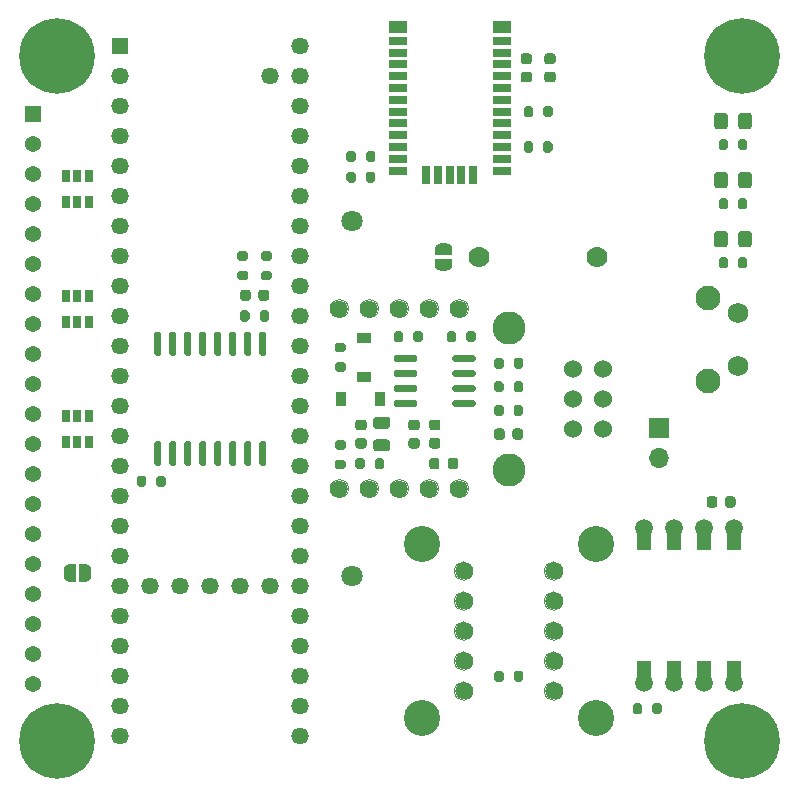
<source format=gbr>
%TF.GenerationSoftware,KiCad,Pcbnew,(5.1.8)-1*%
%TF.CreationDate,2020-11-12T22:30:36-08:00*%
%TF.ProjectId,IRIS-core,49524953-2d63-46f7-9265-2e6b69636164,rev?*%
%TF.SameCoordinates,Original*%
%TF.FileFunction,Soldermask,Top*%
%TF.FilePolarity,Negative*%
%FSLAX46Y46*%
G04 Gerber Fmt 4.6, Leading zero omitted, Abs format (unit mm)*
G04 Created by KiCad (PCBNEW (5.1.8)-1) date 2020-11-12 22:30:36*
%MOMM*%
%LPD*%
G01*
G04 APERTURE LIST*
%ADD10C,0.100000*%
%ADD11C,0.800000*%
%ADD12C,6.400000*%
%ADD13C,1.370000*%
%ADD14R,1.370000X1.370000*%
%ADD15R,1.143000X1.397000*%
%ADD16C,1.500000*%
%ADD17C,1.800000*%
%ADD18C,1.524000*%
%ADD19C,1.460000*%
%ADD20C,3.048000*%
%ADD21C,1.778000*%
%ADD22R,1.460000X1.460000*%
%ADD23R,1.200000X0.900000*%
%ADD24R,0.900000X1.200000*%
%ADD25O,1.700000X1.700000*%
%ADD26R,1.700000X1.700000*%
%ADD27R,0.650000X1.060000*%
%ADD28R,1.500000X0.700000*%
%ADD29R,1.500000X1.000000*%
%ADD30R,0.700000X1.500000*%
%ADD31C,2.100000*%
%ADD32C,1.750000*%
%ADD33C,2.800000*%
G04 APERTURE END LIST*
D10*
%TO.C,U2*%
X33280999Y7620000D02*
G75*
G03*
X33280999Y7620000I-780999J0D01*
G01*
X38360999Y7620000D02*
G75*
G03*
X38360999Y7620000I-780999J0D01*
G01*
X30740999Y7620000D02*
G75*
G03*
X30740999Y7620000I-780999J0D01*
G01*
X35820999Y7620000D02*
G75*
G03*
X35820999Y7620000I-780999J0D01*
G01*
X28200999Y7620000D02*
G75*
G03*
X28200999Y7620000I-780999J0D01*
G01*
X33280999Y-7620000D02*
G75*
G03*
X33280999Y-7620000I-780999J0D01*
G01*
X28200999Y-7620000D02*
G75*
G03*
X28200999Y-7620000I-780999J0D01*
G01*
X35820999Y-7620000D02*
G75*
G03*
X35820999Y-7620000I-780999J0D01*
G01*
X30740999Y-7620000D02*
G75*
G03*
X30740999Y-7620000I-780999J0D01*
G01*
X38360999Y-7620000D02*
G75*
G03*
X38360999Y-7620000I-780999J0D01*
G01*
%TO.C,U5*%
X38720999Y-17145000D02*
G75*
G03*
X38720999Y-17145000I-780999J0D01*
G01*
X38720999Y-19685000D02*
G75*
G03*
X38720999Y-19685000I-780999J0D01*
G01*
X38720999Y-14605000D02*
G75*
G03*
X38720999Y-14605000I-780999J0D01*
G01*
X38720999Y-22225000D02*
G75*
G03*
X38720999Y-22225000I-780999J0D01*
G01*
X38720999Y-24765000D02*
G75*
G03*
X38720999Y-24765000I-780999J0D01*
G01*
X46340999Y-22225000D02*
G75*
G03*
X46340999Y-22225000I-780999J0D01*
G01*
X46340999Y-19685000D02*
G75*
G03*
X46340999Y-19685000I-780999J0D01*
G01*
X46340999Y-24765000D02*
G75*
G03*
X46340999Y-24765000I-780999J0D01*
G01*
X46340999Y-17145000D02*
G75*
G03*
X46340999Y-17145000I-780999J0D01*
G01*
X46340999Y-14605000D02*
G75*
G03*
X46340999Y-14605000I-780999J0D01*
G01*
%TD*%
%TO.C,C1*%
G36*
G01*
X42075000Y-3250000D02*
X42075000Y-2750000D01*
G75*
G02*
X42300000Y-2525000I225000J0D01*
G01*
X42750000Y-2525000D01*
G75*
G02*
X42975000Y-2750000I0J-225000D01*
G01*
X42975000Y-3250000D01*
G75*
G02*
X42750000Y-3475000I-225000J0D01*
G01*
X42300000Y-3475000D01*
G75*
G02*
X42075000Y-3250000I0J225000D01*
G01*
G37*
G36*
G01*
X40525000Y-3250000D02*
X40525000Y-2750000D01*
G75*
G02*
X40750000Y-2525000I225000J0D01*
G01*
X41200000Y-2525000D01*
G75*
G02*
X41425000Y-2750000I0J-225000D01*
G01*
X41425000Y-3250000D01*
G75*
G02*
X41200000Y-3475000I-225000J0D01*
G01*
X40750000Y-3475000D01*
G75*
G02*
X40525000Y-3250000I0J225000D01*
G01*
G37*
%TD*%
%TO.C,C2*%
G36*
G01*
X33500000Y-3325000D02*
X34000000Y-3325000D01*
G75*
G02*
X34225000Y-3550000I0J-225000D01*
G01*
X34225000Y-4000000D01*
G75*
G02*
X34000000Y-4225000I-225000J0D01*
G01*
X33500000Y-4225000D01*
G75*
G02*
X33275000Y-4000000I0J225000D01*
G01*
X33275000Y-3550000D01*
G75*
G02*
X33500000Y-3325000I225000J0D01*
G01*
G37*
G36*
G01*
X33500000Y-1775000D02*
X34000000Y-1775000D01*
G75*
G02*
X34225000Y-2000000I0J-225000D01*
G01*
X34225000Y-2450000D01*
G75*
G02*
X34000000Y-2675000I-225000J0D01*
G01*
X33500000Y-2675000D01*
G75*
G02*
X33275000Y-2450000I0J225000D01*
G01*
X33275000Y-2000000D01*
G75*
G02*
X33500000Y-1775000I225000J0D01*
G01*
G37*
%TD*%
%TO.C,C3*%
G36*
G01*
X35250000Y-3325000D02*
X35750000Y-3325000D01*
G75*
G02*
X35975000Y-3550000I0J-225000D01*
G01*
X35975000Y-4000000D01*
G75*
G02*
X35750000Y-4225000I-225000J0D01*
G01*
X35250000Y-4225000D01*
G75*
G02*
X35025000Y-4000000I0J225000D01*
G01*
X35025000Y-3550000D01*
G75*
G02*
X35250000Y-3325000I225000J0D01*
G01*
G37*
G36*
G01*
X35250000Y-1775000D02*
X35750000Y-1775000D01*
G75*
G02*
X35975000Y-2000000I0J-225000D01*
G01*
X35975000Y-2450000D01*
G75*
G02*
X35750000Y-2675000I-225000J0D01*
G01*
X35250000Y-2675000D01*
G75*
G02*
X35025000Y-2450000I0J225000D01*
G01*
X35025000Y-2000000D01*
G75*
G02*
X35250000Y-1775000I225000J0D01*
G01*
G37*
%TD*%
%TO.C,C5*%
G36*
G01*
X29500000Y-2675000D02*
X29000000Y-2675000D01*
G75*
G02*
X28775000Y-2450000I0J225000D01*
G01*
X28775000Y-2000000D01*
G75*
G02*
X29000000Y-1775000I225000J0D01*
G01*
X29500000Y-1775000D01*
G75*
G02*
X29725000Y-2000000I0J-225000D01*
G01*
X29725000Y-2450000D01*
G75*
G02*
X29500000Y-2675000I-225000J0D01*
G01*
G37*
G36*
G01*
X29500000Y-4225000D02*
X29000000Y-4225000D01*
G75*
G02*
X28775000Y-4000000I0J225000D01*
G01*
X28775000Y-3550000D01*
G75*
G02*
X29000000Y-3325000I225000J0D01*
G01*
X29500000Y-3325000D01*
G75*
G02*
X29725000Y-3550000I0J-225000D01*
G01*
X29725000Y-4000000D01*
G75*
G02*
X29500000Y-4225000I-225000J0D01*
G01*
G37*
%TD*%
%TO.C,C6*%
G36*
G01*
X20575000Y8500000D02*
X20575000Y9000000D01*
G75*
G02*
X20800000Y9225000I225000J0D01*
G01*
X21250000Y9225000D01*
G75*
G02*
X21475000Y9000000I0J-225000D01*
G01*
X21475000Y8500000D01*
G75*
G02*
X21250000Y8275000I-225000J0D01*
G01*
X20800000Y8275000D01*
G75*
G02*
X20575000Y8500000I0J225000D01*
G01*
G37*
G36*
G01*
X19025000Y8500000D02*
X19025000Y9000000D01*
G75*
G02*
X19250000Y9225000I225000J0D01*
G01*
X19700000Y9225000D01*
G75*
G02*
X19925000Y9000000I0J-225000D01*
G01*
X19925000Y8500000D01*
G75*
G02*
X19700000Y8275000I-225000J0D01*
G01*
X19250000Y8275000D01*
G75*
G02*
X19025000Y8500000I0J225000D01*
G01*
G37*
%TD*%
%TO.C,C7*%
G36*
G01*
X60075000Y-9000000D02*
X60075000Y-8500000D01*
G75*
G02*
X60300000Y-8275000I225000J0D01*
G01*
X60750000Y-8275000D01*
G75*
G02*
X60975000Y-8500000I0J-225000D01*
G01*
X60975000Y-9000000D01*
G75*
G02*
X60750000Y-9225000I-225000J0D01*
G01*
X60300000Y-9225000D01*
G75*
G02*
X60075000Y-9000000I0J225000D01*
G01*
G37*
G36*
G01*
X58525000Y-9000000D02*
X58525000Y-8500000D01*
G75*
G02*
X58750000Y-8275000I225000J0D01*
G01*
X59200000Y-8275000D01*
G75*
G02*
X59425000Y-8500000I0J-225000D01*
G01*
X59425000Y-9000000D01*
G75*
G02*
X59200000Y-9225000I-225000J0D01*
G01*
X58750000Y-9225000D01*
G75*
G02*
X58525000Y-9000000I0J225000D01*
G01*
G37*
%TD*%
%TO.C,C8*%
G36*
G01*
X45500000Y28325000D02*
X45000000Y28325000D01*
G75*
G02*
X44775000Y28550000I0J225000D01*
G01*
X44775000Y29000000D01*
G75*
G02*
X45000000Y29225000I225000J0D01*
G01*
X45500000Y29225000D01*
G75*
G02*
X45725000Y29000000I0J-225000D01*
G01*
X45725000Y28550000D01*
G75*
G02*
X45500000Y28325000I-225000J0D01*
G01*
G37*
G36*
G01*
X45500000Y26775000D02*
X45000000Y26775000D01*
G75*
G02*
X44775000Y27000000I0J225000D01*
G01*
X44775000Y27450000D01*
G75*
G02*
X45000000Y27675000I225000J0D01*
G01*
X45500000Y27675000D01*
G75*
G02*
X45725000Y27450000I0J-225000D01*
G01*
X45725000Y27000000D01*
G75*
G02*
X45500000Y26775000I-225000J0D01*
G01*
G37*
%TD*%
%TO.C,C9*%
G36*
G01*
X43500000Y28325000D02*
X43000000Y28325000D01*
G75*
G02*
X42775000Y28550000I0J225000D01*
G01*
X42775000Y29000000D01*
G75*
G02*
X43000000Y29225000I225000J0D01*
G01*
X43500000Y29225000D01*
G75*
G02*
X43725000Y29000000I0J-225000D01*
G01*
X43725000Y28550000D01*
G75*
G02*
X43500000Y28325000I-225000J0D01*
G01*
G37*
G36*
G01*
X43500000Y26775000D02*
X43000000Y26775000D01*
G75*
G02*
X42775000Y27000000I0J225000D01*
G01*
X42775000Y27450000D01*
G75*
G02*
X43000000Y27675000I225000J0D01*
G01*
X43500000Y27675000D01*
G75*
G02*
X43725000Y27450000I0J-225000D01*
G01*
X43725000Y27000000D01*
G75*
G02*
X43500000Y26775000I-225000J0D01*
G01*
G37*
%TD*%
%TO.C,C4*%
G36*
G01*
X30525000Y-3450000D02*
X31475000Y-3450000D01*
G75*
G02*
X31725000Y-3700000I0J-250000D01*
G01*
X31725000Y-4200000D01*
G75*
G02*
X31475000Y-4450000I-250000J0D01*
G01*
X30525000Y-4450000D01*
G75*
G02*
X30275000Y-4200000I0J250000D01*
G01*
X30275000Y-3700000D01*
G75*
G02*
X30525000Y-3450000I250000J0D01*
G01*
G37*
G36*
G01*
X30525000Y-1550000D02*
X31475000Y-1550000D01*
G75*
G02*
X31725000Y-1800000I0J-250000D01*
G01*
X31725000Y-2300000D01*
G75*
G02*
X31475000Y-2550000I-250000J0D01*
G01*
X30525000Y-2550000D01*
G75*
G02*
X30275000Y-2300000I0J250000D01*
G01*
X30275000Y-1800000D01*
G75*
G02*
X30525000Y-1550000I250000J0D01*
G01*
G37*
%TD*%
%TO.C,R1*%
G36*
G01*
X19525000Y11675000D02*
X18975000Y11675000D01*
G75*
G02*
X18775000Y11875000I0J200000D01*
G01*
X18775000Y12275000D01*
G75*
G02*
X18975000Y12475000I200000J0D01*
G01*
X19525000Y12475000D01*
G75*
G02*
X19725000Y12275000I0J-200000D01*
G01*
X19725000Y11875000D01*
G75*
G02*
X19525000Y11675000I-200000J0D01*
G01*
G37*
G36*
G01*
X19525000Y10025000D02*
X18975000Y10025000D01*
G75*
G02*
X18775000Y10225000I0J200000D01*
G01*
X18775000Y10625000D01*
G75*
G02*
X18975000Y10825000I200000J0D01*
G01*
X19525000Y10825000D01*
G75*
G02*
X19725000Y10625000I0J-200000D01*
G01*
X19725000Y10225000D01*
G75*
G02*
X19525000Y10025000I-200000J0D01*
G01*
G37*
%TD*%
%TO.C,R2*%
G36*
G01*
X21525000Y11675000D02*
X20975000Y11675000D01*
G75*
G02*
X20775000Y11875000I0J200000D01*
G01*
X20775000Y12275000D01*
G75*
G02*
X20975000Y12475000I200000J0D01*
G01*
X21525000Y12475000D01*
G75*
G02*
X21725000Y12275000I0J-200000D01*
G01*
X21725000Y11875000D01*
G75*
G02*
X21525000Y11675000I-200000J0D01*
G01*
G37*
G36*
G01*
X21525000Y10025000D02*
X20975000Y10025000D01*
G75*
G02*
X20775000Y10225000I0J200000D01*
G01*
X20775000Y10625000D01*
G75*
G02*
X20975000Y10825000I200000J0D01*
G01*
X21525000Y10825000D01*
G75*
G02*
X21725000Y10625000I0J-200000D01*
G01*
X21725000Y10225000D01*
G75*
G02*
X21525000Y10025000I-200000J0D01*
G01*
G37*
%TD*%
%TO.C,R3*%
G36*
G01*
X42175000Y2725000D02*
X42175000Y3275000D01*
G75*
G02*
X42375000Y3475000I200000J0D01*
G01*
X42775000Y3475000D01*
G75*
G02*
X42975000Y3275000I0J-200000D01*
G01*
X42975000Y2725000D01*
G75*
G02*
X42775000Y2525000I-200000J0D01*
G01*
X42375000Y2525000D01*
G75*
G02*
X42175000Y2725000I0J200000D01*
G01*
G37*
G36*
G01*
X40525000Y2725000D02*
X40525000Y3275000D01*
G75*
G02*
X40725000Y3475000I200000J0D01*
G01*
X41125000Y3475000D01*
G75*
G02*
X41325000Y3275000I0J-200000D01*
G01*
X41325000Y2725000D01*
G75*
G02*
X41125000Y2525000I-200000J0D01*
G01*
X40725000Y2525000D01*
G75*
G02*
X40525000Y2725000I0J200000D01*
G01*
G37*
%TD*%
%TO.C,R4*%
G36*
G01*
X42175000Y725000D02*
X42175000Y1275000D01*
G75*
G02*
X42375000Y1475000I200000J0D01*
G01*
X42775000Y1475000D01*
G75*
G02*
X42975000Y1275000I0J-200000D01*
G01*
X42975000Y725000D01*
G75*
G02*
X42775000Y525000I-200000J0D01*
G01*
X42375000Y525000D01*
G75*
G02*
X42175000Y725000I0J200000D01*
G01*
G37*
G36*
G01*
X40525000Y725000D02*
X40525000Y1275000D01*
G75*
G02*
X40725000Y1475000I200000J0D01*
G01*
X41125000Y1475000D01*
G75*
G02*
X41325000Y1275000I0J-200000D01*
G01*
X41325000Y725000D01*
G75*
G02*
X41125000Y525000I-200000J0D01*
G01*
X40725000Y525000D01*
G75*
G02*
X40525000Y725000I0J200000D01*
G01*
G37*
%TD*%
%TO.C,R5*%
G36*
G01*
X42175000Y-1275000D02*
X42175000Y-725000D01*
G75*
G02*
X42375000Y-525000I200000J0D01*
G01*
X42775000Y-525000D01*
G75*
G02*
X42975000Y-725000I0J-200000D01*
G01*
X42975000Y-1275000D01*
G75*
G02*
X42775000Y-1475000I-200000J0D01*
G01*
X42375000Y-1475000D01*
G75*
G02*
X42175000Y-1275000I0J200000D01*
G01*
G37*
G36*
G01*
X40525000Y-1275000D02*
X40525000Y-725000D01*
G75*
G02*
X40725000Y-525000I200000J0D01*
G01*
X41125000Y-525000D01*
G75*
G02*
X41325000Y-725000I0J-200000D01*
G01*
X41325000Y-1275000D01*
G75*
G02*
X41125000Y-1475000I-200000J0D01*
G01*
X40725000Y-1475000D01*
G75*
G02*
X40525000Y-1275000I0J200000D01*
G01*
G37*
%TD*%
%TO.C,R6*%
G36*
G01*
X38175000Y4975000D02*
X38175000Y5525000D01*
G75*
G02*
X38375000Y5725000I200000J0D01*
G01*
X38775000Y5725000D01*
G75*
G02*
X38975000Y5525000I0J-200000D01*
G01*
X38975000Y4975000D01*
G75*
G02*
X38775000Y4775000I-200000J0D01*
G01*
X38375000Y4775000D01*
G75*
G02*
X38175000Y4975000I0J200000D01*
G01*
G37*
G36*
G01*
X36525000Y4975000D02*
X36525000Y5525000D01*
G75*
G02*
X36725000Y5725000I200000J0D01*
G01*
X37125000Y5725000D01*
G75*
G02*
X37325000Y5525000I0J-200000D01*
G01*
X37325000Y4975000D01*
G75*
G02*
X37125000Y4775000I-200000J0D01*
G01*
X36725000Y4775000D01*
G75*
G02*
X36525000Y4975000I0J200000D01*
G01*
G37*
%TD*%
%TO.C,R7*%
G36*
G01*
X33675000Y4975000D02*
X33675000Y5525000D01*
G75*
G02*
X33875000Y5725000I200000J0D01*
G01*
X34275000Y5725000D01*
G75*
G02*
X34475000Y5525000I0J-200000D01*
G01*
X34475000Y4975000D01*
G75*
G02*
X34275000Y4775000I-200000J0D01*
G01*
X33875000Y4775000D01*
G75*
G02*
X33675000Y4975000I0J200000D01*
G01*
G37*
G36*
G01*
X32025000Y4975000D02*
X32025000Y5525000D01*
G75*
G02*
X32225000Y5725000I200000J0D01*
G01*
X32625000Y5725000D01*
G75*
G02*
X32825000Y5525000I0J-200000D01*
G01*
X32825000Y4975000D01*
G75*
G02*
X32625000Y4775000I-200000J0D01*
G01*
X32225000Y4775000D01*
G75*
G02*
X32025000Y4975000I0J200000D01*
G01*
G37*
%TD*%
%TO.C,R8*%
G36*
G01*
X27775000Y3925000D02*
X27225000Y3925000D01*
G75*
G02*
X27025000Y4125000I0J200000D01*
G01*
X27025000Y4525000D01*
G75*
G02*
X27225000Y4725000I200000J0D01*
G01*
X27775000Y4725000D01*
G75*
G02*
X27975000Y4525000I0J-200000D01*
G01*
X27975000Y4125000D01*
G75*
G02*
X27775000Y3925000I-200000J0D01*
G01*
G37*
G36*
G01*
X27775000Y2275000D02*
X27225000Y2275000D01*
G75*
G02*
X27025000Y2475000I0J200000D01*
G01*
X27025000Y2875000D01*
G75*
G02*
X27225000Y3075000I200000J0D01*
G01*
X27775000Y3075000D01*
G75*
G02*
X27975000Y2875000I0J-200000D01*
G01*
X27975000Y2475000D01*
G75*
G02*
X27775000Y2275000I-200000J0D01*
G01*
G37*
%TD*%
%TO.C,R9*%
G36*
G01*
X29575000Y-5225000D02*
X29575000Y-5775000D01*
G75*
G02*
X29375000Y-5975000I-200000J0D01*
G01*
X28975000Y-5975000D01*
G75*
G02*
X28775000Y-5775000I0J200000D01*
G01*
X28775000Y-5225000D01*
G75*
G02*
X28975000Y-5025000I200000J0D01*
G01*
X29375000Y-5025000D01*
G75*
G02*
X29575000Y-5225000I0J-200000D01*
G01*
G37*
G36*
G01*
X31225000Y-5225000D02*
X31225000Y-5775000D01*
G75*
G02*
X31025000Y-5975000I-200000J0D01*
G01*
X30625000Y-5975000D01*
G75*
G02*
X30425000Y-5775000I0J200000D01*
G01*
X30425000Y-5225000D01*
G75*
G02*
X30625000Y-5025000I200000J0D01*
G01*
X31025000Y-5025000D01*
G75*
G02*
X31225000Y-5225000I0J-200000D01*
G01*
G37*
%TD*%
%TO.C,R10*%
G36*
G01*
X27775000Y-4325000D02*
X27225000Y-4325000D01*
G75*
G02*
X27025000Y-4125000I0J200000D01*
G01*
X27025000Y-3725000D01*
G75*
G02*
X27225000Y-3525000I200000J0D01*
G01*
X27775000Y-3525000D01*
G75*
G02*
X27975000Y-3725000I0J-200000D01*
G01*
X27975000Y-4125000D01*
G75*
G02*
X27775000Y-4325000I-200000J0D01*
G01*
G37*
G36*
G01*
X27775000Y-5975000D02*
X27225000Y-5975000D01*
G75*
G02*
X27025000Y-5775000I0J200000D01*
G01*
X27025000Y-5375000D01*
G75*
G02*
X27225000Y-5175000I200000J0D01*
G01*
X27775000Y-5175000D01*
G75*
G02*
X27975000Y-5375000I0J-200000D01*
G01*
X27975000Y-5775000D01*
G75*
G02*
X27775000Y-5975000I-200000J0D01*
G01*
G37*
%TD*%
%TO.C,R11*%
G36*
G01*
X20675000Y6725000D02*
X20675000Y7275000D01*
G75*
G02*
X20875000Y7475000I200000J0D01*
G01*
X21275000Y7475000D01*
G75*
G02*
X21475000Y7275000I0J-200000D01*
G01*
X21475000Y6725000D01*
G75*
G02*
X21275000Y6525000I-200000J0D01*
G01*
X20875000Y6525000D01*
G75*
G02*
X20675000Y6725000I0J200000D01*
G01*
G37*
G36*
G01*
X19025000Y6725000D02*
X19025000Y7275000D01*
G75*
G02*
X19225000Y7475000I200000J0D01*
G01*
X19625000Y7475000D01*
G75*
G02*
X19825000Y7275000I0J-200000D01*
G01*
X19825000Y6725000D01*
G75*
G02*
X19625000Y6525000I-200000J0D01*
G01*
X19225000Y6525000D01*
G75*
G02*
X19025000Y6725000I0J200000D01*
G01*
G37*
%TD*%
%TO.C,R12*%
G36*
G01*
X11925000Y-7275000D02*
X11925000Y-6725000D01*
G75*
G02*
X12125000Y-6525000I200000J0D01*
G01*
X12525000Y-6525000D01*
G75*
G02*
X12725000Y-6725000I0J-200000D01*
G01*
X12725000Y-7275000D01*
G75*
G02*
X12525000Y-7475000I-200000J0D01*
G01*
X12125000Y-7475000D01*
G75*
G02*
X11925000Y-7275000I0J200000D01*
G01*
G37*
G36*
G01*
X10275000Y-7275000D02*
X10275000Y-6725000D01*
G75*
G02*
X10475000Y-6525000I200000J0D01*
G01*
X10875000Y-6525000D01*
G75*
G02*
X11075000Y-6725000I0J-200000D01*
G01*
X11075000Y-7275000D01*
G75*
G02*
X10875000Y-7475000I-200000J0D01*
G01*
X10475000Y-7475000D01*
G75*
G02*
X10275000Y-7275000I0J200000D01*
G01*
G37*
%TD*%
%TO.C,R13*%
G36*
G01*
X41325000Y-23225000D02*
X41325000Y-23775000D01*
G75*
G02*
X41125000Y-23975000I-200000J0D01*
G01*
X40725000Y-23975000D01*
G75*
G02*
X40525000Y-23775000I0J200000D01*
G01*
X40525000Y-23225000D01*
G75*
G02*
X40725000Y-23025000I200000J0D01*
G01*
X41125000Y-23025000D01*
G75*
G02*
X41325000Y-23225000I0J-200000D01*
G01*
G37*
G36*
G01*
X42975000Y-23225000D02*
X42975000Y-23775000D01*
G75*
G02*
X42775000Y-23975000I-200000J0D01*
G01*
X42375000Y-23975000D01*
G75*
G02*
X42175000Y-23775000I0J200000D01*
G01*
X42175000Y-23225000D01*
G75*
G02*
X42375000Y-23025000I200000J0D01*
G01*
X42775000Y-23025000D01*
G75*
G02*
X42975000Y-23225000I0J-200000D01*
G01*
G37*
%TD*%
%TO.C,R14*%
G36*
G01*
X53925000Y-26525000D02*
X53925000Y-25975000D01*
G75*
G02*
X54125000Y-25775000I200000J0D01*
G01*
X54525000Y-25775000D01*
G75*
G02*
X54725000Y-25975000I0J-200000D01*
G01*
X54725000Y-26525000D01*
G75*
G02*
X54525000Y-26725000I-200000J0D01*
G01*
X54125000Y-26725000D01*
G75*
G02*
X53925000Y-26525000I0J200000D01*
G01*
G37*
G36*
G01*
X52275000Y-26525000D02*
X52275000Y-25975000D01*
G75*
G02*
X52475000Y-25775000I200000J0D01*
G01*
X52875000Y-25775000D01*
G75*
G02*
X53075000Y-25975000I0J-200000D01*
G01*
X53075000Y-26525000D01*
G75*
G02*
X52875000Y-26725000I-200000J0D01*
G01*
X52475000Y-26725000D01*
G75*
G02*
X52275000Y-26525000I0J200000D01*
G01*
G37*
%TD*%
%TO.C,R15*%
G36*
G01*
X60325000Y11775000D02*
X60325000Y11225000D01*
G75*
G02*
X60125000Y11025000I-200000J0D01*
G01*
X59725000Y11025000D01*
G75*
G02*
X59525000Y11225000I0J200000D01*
G01*
X59525000Y11775000D01*
G75*
G02*
X59725000Y11975000I200000J0D01*
G01*
X60125000Y11975000D01*
G75*
G02*
X60325000Y11775000I0J-200000D01*
G01*
G37*
G36*
G01*
X61975000Y11775000D02*
X61975000Y11225000D01*
G75*
G02*
X61775000Y11025000I-200000J0D01*
G01*
X61375000Y11025000D01*
G75*
G02*
X61175000Y11225000I0J200000D01*
G01*
X61175000Y11775000D01*
G75*
G02*
X61375000Y11975000I200000J0D01*
G01*
X61775000Y11975000D01*
G75*
G02*
X61975000Y11775000I0J-200000D01*
G01*
G37*
%TD*%
%TO.C,R16*%
G36*
G01*
X60325000Y21775000D02*
X60325000Y21225000D01*
G75*
G02*
X60125000Y21025000I-200000J0D01*
G01*
X59725000Y21025000D01*
G75*
G02*
X59525000Y21225000I0J200000D01*
G01*
X59525000Y21775000D01*
G75*
G02*
X59725000Y21975000I200000J0D01*
G01*
X60125000Y21975000D01*
G75*
G02*
X60325000Y21775000I0J-200000D01*
G01*
G37*
G36*
G01*
X61975000Y21775000D02*
X61975000Y21225000D01*
G75*
G02*
X61775000Y21025000I-200000J0D01*
G01*
X61375000Y21025000D01*
G75*
G02*
X61175000Y21225000I0J200000D01*
G01*
X61175000Y21775000D01*
G75*
G02*
X61375000Y21975000I200000J0D01*
G01*
X61775000Y21975000D01*
G75*
G02*
X61975000Y21775000I0J-200000D01*
G01*
G37*
%TD*%
%TO.C,R17*%
G36*
G01*
X60325000Y16775000D02*
X60325000Y16225000D01*
G75*
G02*
X60125000Y16025000I-200000J0D01*
G01*
X59725000Y16025000D01*
G75*
G02*
X59525000Y16225000I0J200000D01*
G01*
X59525000Y16775000D01*
G75*
G02*
X59725000Y16975000I200000J0D01*
G01*
X60125000Y16975000D01*
G75*
G02*
X60325000Y16775000I0J-200000D01*
G01*
G37*
G36*
G01*
X61975000Y16775000D02*
X61975000Y16225000D01*
G75*
G02*
X61775000Y16025000I-200000J0D01*
G01*
X61375000Y16025000D01*
G75*
G02*
X61175000Y16225000I0J200000D01*
G01*
X61175000Y16775000D01*
G75*
G02*
X61375000Y16975000I200000J0D01*
G01*
X61775000Y16975000D01*
G75*
G02*
X61975000Y16775000I0J-200000D01*
G01*
G37*
%TD*%
%TO.C,R18*%
G36*
G01*
X28825000Y20775000D02*
X28825000Y20225000D01*
G75*
G02*
X28625000Y20025000I-200000J0D01*
G01*
X28225000Y20025000D01*
G75*
G02*
X28025000Y20225000I0J200000D01*
G01*
X28025000Y20775000D01*
G75*
G02*
X28225000Y20975000I200000J0D01*
G01*
X28625000Y20975000D01*
G75*
G02*
X28825000Y20775000I0J-200000D01*
G01*
G37*
G36*
G01*
X30475000Y20775000D02*
X30475000Y20225000D01*
G75*
G02*
X30275000Y20025000I-200000J0D01*
G01*
X29875000Y20025000D01*
G75*
G02*
X29675000Y20225000I0J200000D01*
G01*
X29675000Y20775000D01*
G75*
G02*
X29875000Y20975000I200000J0D01*
G01*
X30275000Y20975000D01*
G75*
G02*
X30475000Y20775000I0J-200000D01*
G01*
G37*
%TD*%
%TO.C,R19*%
G36*
G01*
X28825000Y19025000D02*
X28825000Y18475000D01*
G75*
G02*
X28625000Y18275000I-200000J0D01*
G01*
X28225000Y18275000D01*
G75*
G02*
X28025000Y18475000I0J200000D01*
G01*
X28025000Y19025000D01*
G75*
G02*
X28225000Y19225000I200000J0D01*
G01*
X28625000Y19225000D01*
G75*
G02*
X28825000Y19025000I0J-200000D01*
G01*
G37*
G36*
G01*
X30475000Y19025000D02*
X30475000Y18475000D01*
G75*
G02*
X30275000Y18275000I-200000J0D01*
G01*
X29875000Y18275000D01*
G75*
G02*
X29675000Y18475000I0J200000D01*
G01*
X29675000Y19025000D01*
G75*
G02*
X29875000Y19225000I200000J0D01*
G01*
X30275000Y19225000D01*
G75*
G02*
X30475000Y19025000I0J-200000D01*
G01*
G37*
%TD*%
%TO.C,R20*%
G36*
G01*
X44675000Y21025000D02*
X44675000Y21575000D01*
G75*
G02*
X44875000Y21775000I200000J0D01*
G01*
X45275000Y21775000D01*
G75*
G02*
X45475000Y21575000I0J-200000D01*
G01*
X45475000Y21025000D01*
G75*
G02*
X45275000Y20825000I-200000J0D01*
G01*
X44875000Y20825000D01*
G75*
G02*
X44675000Y21025000I0J200000D01*
G01*
G37*
G36*
G01*
X43025000Y21025000D02*
X43025000Y21575000D01*
G75*
G02*
X43225000Y21775000I200000J0D01*
G01*
X43625000Y21775000D01*
G75*
G02*
X43825000Y21575000I0J-200000D01*
G01*
X43825000Y21025000D01*
G75*
G02*
X43625000Y20825000I-200000J0D01*
G01*
X43225000Y20825000D01*
G75*
G02*
X43025000Y21025000I0J200000D01*
G01*
G37*
%TD*%
%TO.C,R21*%
G36*
G01*
X44675000Y24025000D02*
X44675000Y24575000D01*
G75*
G02*
X44875000Y24775000I200000J0D01*
G01*
X45275000Y24775000D01*
G75*
G02*
X45475000Y24575000I0J-200000D01*
G01*
X45475000Y24025000D01*
G75*
G02*
X45275000Y23825000I-200000J0D01*
G01*
X44875000Y23825000D01*
G75*
G02*
X44675000Y24025000I0J200000D01*
G01*
G37*
G36*
G01*
X43025000Y24025000D02*
X43025000Y24575000D01*
G75*
G02*
X43225000Y24775000I200000J0D01*
G01*
X43625000Y24775000D01*
G75*
G02*
X43825000Y24575000I0J-200000D01*
G01*
X43825000Y24025000D01*
G75*
G02*
X43625000Y23825000I-200000J0D01*
G01*
X43225000Y23825000D01*
G75*
G02*
X43025000Y24025000I0J200000D01*
G01*
G37*
%TD*%
D11*
%TO.C,J1*%
X5900000Y29000000D03*
D12*
X3500000Y29000000D03*
D11*
X3500000Y26600000D03*
X1802944Y30697056D03*
X1802944Y27302944D03*
X1100000Y29000000D03*
X3500000Y31400000D03*
X5197056Y27302944D03*
X5197056Y30697056D03*
X63900000Y29000000D03*
D12*
X61500000Y29000000D03*
D11*
X61500000Y26600000D03*
X59802944Y30697056D03*
X59802944Y27302944D03*
X59100000Y29000000D03*
X61500000Y31400000D03*
X63197056Y27302944D03*
X63197056Y30697056D03*
X63900000Y-29000000D03*
D12*
X61500000Y-29000000D03*
D11*
X61500000Y-31400000D03*
X59802944Y-27302944D03*
X59802944Y-30697056D03*
X59100000Y-29000000D03*
X61500000Y-26600000D03*
X63197056Y-30697056D03*
X63197056Y-27302944D03*
X5900000Y-29000000D03*
X1802944Y-30697056D03*
D12*
X3500000Y-29000000D03*
D11*
X3500000Y-26600000D03*
X5197056Y-27302944D03*
X1100000Y-29000000D03*
X1802944Y-27302944D03*
X5197056Y-30697056D03*
X3500000Y-31400000D03*
D13*
X1500000Y-13970000D03*
X1500000Y-16510000D03*
X1500000Y-3810000D03*
X1500000Y11430000D03*
X1500000Y8890000D03*
X1500000Y1270000D03*
X1500000Y19050000D03*
X1500000Y-1270000D03*
X1500000Y-11430000D03*
D14*
X1500000Y24130000D03*
D13*
X1500000Y13970000D03*
X1500000Y3810000D03*
X1500000Y-8890000D03*
X1500000Y-19050000D03*
X1500000Y-24130000D03*
X1500000Y-6350000D03*
X1500000Y6350000D03*
X1500000Y-21590000D03*
X1500000Y21590000D03*
X1500000Y16510000D03*
%TD*%
D15*
%TO.C,U6*%
X53190000Y-22897500D03*
X55730000Y-22897500D03*
X58270000Y-22897500D03*
X60810000Y-22897500D03*
X53190000Y-12102500D03*
X55730000Y-12102500D03*
X58270000Y-12102500D03*
X60810000Y-12102500D03*
D16*
X60810000Y-10960000D03*
X58270000Y-10960000D03*
X55730000Y-10960000D03*
X53190000Y-10960000D03*
X53190000Y-24040000D03*
X55730000Y-24040000D03*
X58270000Y-24040000D03*
X60810000Y-24040000D03*
%TD*%
D17*
%TO.C,J2*%
X28500000Y15000000D03*
X28500000Y-15000000D03*
D18*
X49770000Y-2540000D03*
X47230000Y-2540000D03*
X49770000Y0D03*
X47230000Y0D03*
X49770000Y2540000D03*
X47230000Y2540000D03*
%TD*%
D19*
%TO.C,U2*%
X37580000Y-7620000D03*
X32500000Y-7620000D03*
X27420000Y-7620000D03*
X35040000Y-7620000D03*
X29960000Y-7620000D03*
X27420000Y7620000D03*
X32500000Y7620000D03*
X37580000Y7620000D03*
X29960000Y7620000D03*
X35040000Y7620000D03*
%TD*%
%TO.C,U5*%
X37940000Y-24765000D03*
X37940000Y-17145000D03*
X37940000Y-22225000D03*
X37940000Y-19685000D03*
X37940000Y-14605000D03*
X45560000Y-14605000D03*
X45560000Y-22225000D03*
X45560000Y-17145000D03*
X45560000Y-19685000D03*
X45560000Y-24765000D03*
D20*
X34384000Y-12319000D03*
X34384000Y-27051000D03*
X49116000Y-27051000D03*
X49116000Y-12319000D03*
%TD*%
D21*
%TO.C,BT1*%
X39267800Y12000000D03*
X49250000Y12000000D03*
%TD*%
D19*
%TO.C,U1*%
X21590000Y-15875000D03*
X19050000Y-15875000D03*
X16510000Y-15875000D03*
X13970000Y-15875000D03*
X11430000Y-15875000D03*
X8890000Y-10795000D03*
X8890000Y-13335000D03*
X8890000Y-15875000D03*
X8890000Y-18415000D03*
X8890000Y-8255000D03*
X8890000Y-5715000D03*
X8890000Y-3175000D03*
X8890000Y-20955000D03*
X8890000Y-23495000D03*
X8890000Y-26035000D03*
X8890000Y-28575000D03*
X24130000Y-28575000D03*
X24130000Y-26035000D03*
X24130000Y-23495000D03*
X24130000Y-20955000D03*
X24130000Y-18415000D03*
X24130000Y-15875000D03*
X24130000Y-13335000D03*
X24130000Y-10795000D03*
X24130000Y-8255000D03*
X24130000Y-5715000D03*
X8890000Y-635000D03*
X8890000Y1905000D03*
X8890000Y4445000D03*
X8890000Y6985000D03*
X8890000Y9525000D03*
X8890000Y12065000D03*
X8890000Y14605000D03*
X8890000Y17145000D03*
X8890000Y19685000D03*
X8890000Y22225000D03*
X8890000Y24765000D03*
X8890000Y27305000D03*
D22*
X8890000Y29845000D03*
D19*
X24130000Y-3175000D03*
X24130000Y-635000D03*
X24130000Y1905000D03*
X24130000Y4445000D03*
X24130000Y6985000D03*
X24130000Y9525000D03*
X24130000Y12065000D03*
X24130000Y14605000D03*
X24130000Y17145000D03*
X24130000Y19685000D03*
X24130000Y22225000D03*
X24130000Y24765000D03*
X24130000Y27305000D03*
X24130000Y29845000D03*
X21590000Y27305000D03*
%TD*%
D23*
%TO.C,D1*%
X29500000Y1850000D03*
X29500000Y5150000D03*
%TD*%
D24*
%TO.C,D2*%
X30900000Y0D03*
X27600000Y0D03*
%TD*%
D25*
%TO.C,JP2*%
X54500000Y-5040000D03*
D26*
X54500000Y-2500000D03*
%TD*%
%TO.C,U3*%
G36*
G01*
X38950000Y-255000D02*
X38950000Y-555000D01*
G75*
G02*
X38800000Y-705000I-150000J0D01*
G01*
X37150000Y-705000D01*
G75*
G02*
X37000000Y-555000I0J150000D01*
G01*
X37000000Y-255000D01*
G75*
G02*
X37150000Y-105000I150000J0D01*
G01*
X38800000Y-105000D01*
G75*
G02*
X38950000Y-255000I0J-150000D01*
G01*
G37*
G36*
G01*
X38950000Y1015000D02*
X38950000Y715000D01*
G75*
G02*
X38800000Y565000I-150000J0D01*
G01*
X37150000Y565000D01*
G75*
G02*
X37000000Y715000I0J150000D01*
G01*
X37000000Y1015000D01*
G75*
G02*
X37150000Y1165000I150000J0D01*
G01*
X38800000Y1165000D01*
G75*
G02*
X38950000Y1015000I0J-150000D01*
G01*
G37*
G36*
G01*
X38950000Y2285000D02*
X38950000Y1985000D01*
G75*
G02*
X38800000Y1835000I-150000J0D01*
G01*
X37150000Y1835000D01*
G75*
G02*
X37000000Y1985000I0J150000D01*
G01*
X37000000Y2285000D01*
G75*
G02*
X37150000Y2435000I150000J0D01*
G01*
X38800000Y2435000D01*
G75*
G02*
X38950000Y2285000I0J-150000D01*
G01*
G37*
G36*
G01*
X38950000Y3555000D02*
X38950000Y3255000D01*
G75*
G02*
X38800000Y3105000I-150000J0D01*
G01*
X37150000Y3105000D01*
G75*
G02*
X37000000Y3255000I0J150000D01*
G01*
X37000000Y3555000D01*
G75*
G02*
X37150000Y3705000I150000J0D01*
G01*
X38800000Y3705000D01*
G75*
G02*
X38950000Y3555000I0J-150000D01*
G01*
G37*
G36*
G01*
X34000000Y3555000D02*
X34000000Y3255000D01*
G75*
G02*
X33850000Y3105000I-150000J0D01*
G01*
X32200000Y3105000D01*
G75*
G02*
X32050000Y3255000I0J150000D01*
G01*
X32050000Y3555000D01*
G75*
G02*
X32200000Y3705000I150000J0D01*
G01*
X33850000Y3705000D01*
G75*
G02*
X34000000Y3555000I0J-150000D01*
G01*
G37*
G36*
G01*
X34000000Y2285000D02*
X34000000Y1985000D01*
G75*
G02*
X33850000Y1835000I-150000J0D01*
G01*
X32200000Y1835000D01*
G75*
G02*
X32050000Y1985000I0J150000D01*
G01*
X32050000Y2285000D01*
G75*
G02*
X32200000Y2435000I150000J0D01*
G01*
X33850000Y2435000D01*
G75*
G02*
X34000000Y2285000I0J-150000D01*
G01*
G37*
G36*
G01*
X34000000Y1015000D02*
X34000000Y715000D01*
G75*
G02*
X33850000Y565000I-150000J0D01*
G01*
X32200000Y565000D01*
G75*
G02*
X32050000Y715000I0J150000D01*
G01*
X32050000Y1015000D01*
G75*
G02*
X32200000Y1165000I150000J0D01*
G01*
X33850000Y1165000D01*
G75*
G02*
X34000000Y1015000I0J-150000D01*
G01*
G37*
G36*
G01*
X34000000Y-255000D02*
X34000000Y-555000D01*
G75*
G02*
X33850000Y-705000I-150000J0D01*
G01*
X32200000Y-705000D01*
G75*
G02*
X32050000Y-555000I0J150000D01*
G01*
X32050000Y-255000D01*
G75*
G02*
X32200000Y-105000I150000J0D01*
G01*
X33850000Y-105000D01*
G75*
G02*
X34000000Y-255000I0J-150000D01*
G01*
G37*
%TD*%
%TO.C,U4*%
G36*
G01*
X20795000Y5675000D02*
X21095000Y5675000D01*
G75*
G02*
X21245000Y5525000I0J-150000D01*
G01*
X21245000Y3775000D01*
G75*
G02*
X21095000Y3625000I-150000J0D01*
G01*
X20795000Y3625000D01*
G75*
G02*
X20645000Y3775000I0J150000D01*
G01*
X20645000Y5525000D01*
G75*
G02*
X20795000Y5675000I150000J0D01*
G01*
G37*
G36*
G01*
X19525000Y5675000D02*
X19825000Y5675000D01*
G75*
G02*
X19975000Y5525000I0J-150000D01*
G01*
X19975000Y3775000D01*
G75*
G02*
X19825000Y3625000I-150000J0D01*
G01*
X19525000Y3625000D01*
G75*
G02*
X19375000Y3775000I0J150000D01*
G01*
X19375000Y5525000D01*
G75*
G02*
X19525000Y5675000I150000J0D01*
G01*
G37*
G36*
G01*
X18255000Y5675000D02*
X18555000Y5675000D01*
G75*
G02*
X18705000Y5525000I0J-150000D01*
G01*
X18705000Y3775000D01*
G75*
G02*
X18555000Y3625000I-150000J0D01*
G01*
X18255000Y3625000D01*
G75*
G02*
X18105000Y3775000I0J150000D01*
G01*
X18105000Y5525000D01*
G75*
G02*
X18255000Y5675000I150000J0D01*
G01*
G37*
G36*
G01*
X16985000Y5675000D02*
X17285000Y5675000D01*
G75*
G02*
X17435000Y5525000I0J-150000D01*
G01*
X17435000Y3775000D01*
G75*
G02*
X17285000Y3625000I-150000J0D01*
G01*
X16985000Y3625000D01*
G75*
G02*
X16835000Y3775000I0J150000D01*
G01*
X16835000Y5525000D01*
G75*
G02*
X16985000Y5675000I150000J0D01*
G01*
G37*
G36*
G01*
X15715000Y5675000D02*
X16015000Y5675000D01*
G75*
G02*
X16165000Y5525000I0J-150000D01*
G01*
X16165000Y3775000D01*
G75*
G02*
X16015000Y3625000I-150000J0D01*
G01*
X15715000Y3625000D01*
G75*
G02*
X15565000Y3775000I0J150000D01*
G01*
X15565000Y5525000D01*
G75*
G02*
X15715000Y5675000I150000J0D01*
G01*
G37*
G36*
G01*
X14445000Y5675000D02*
X14745000Y5675000D01*
G75*
G02*
X14895000Y5525000I0J-150000D01*
G01*
X14895000Y3775000D01*
G75*
G02*
X14745000Y3625000I-150000J0D01*
G01*
X14445000Y3625000D01*
G75*
G02*
X14295000Y3775000I0J150000D01*
G01*
X14295000Y5525000D01*
G75*
G02*
X14445000Y5675000I150000J0D01*
G01*
G37*
G36*
G01*
X13175000Y5675000D02*
X13475000Y5675000D01*
G75*
G02*
X13625000Y5525000I0J-150000D01*
G01*
X13625000Y3775000D01*
G75*
G02*
X13475000Y3625000I-150000J0D01*
G01*
X13175000Y3625000D01*
G75*
G02*
X13025000Y3775000I0J150000D01*
G01*
X13025000Y5525000D01*
G75*
G02*
X13175000Y5675000I150000J0D01*
G01*
G37*
G36*
G01*
X11905000Y5675000D02*
X12205000Y5675000D01*
G75*
G02*
X12355000Y5525000I0J-150000D01*
G01*
X12355000Y3775000D01*
G75*
G02*
X12205000Y3625000I-150000J0D01*
G01*
X11905000Y3625000D01*
G75*
G02*
X11755000Y3775000I0J150000D01*
G01*
X11755000Y5525000D01*
G75*
G02*
X11905000Y5675000I150000J0D01*
G01*
G37*
G36*
G01*
X11905000Y-3625000D02*
X12205000Y-3625000D01*
G75*
G02*
X12355000Y-3775000I0J-150000D01*
G01*
X12355000Y-5525000D01*
G75*
G02*
X12205000Y-5675000I-150000J0D01*
G01*
X11905000Y-5675000D01*
G75*
G02*
X11755000Y-5525000I0J150000D01*
G01*
X11755000Y-3775000D01*
G75*
G02*
X11905000Y-3625000I150000J0D01*
G01*
G37*
G36*
G01*
X13175000Y-3625000D02*
X13475000Y-3625000D01*
G75*
G02*
X13625000Y-3775000I0J-150000D01*
G01*
X13625000Y-5525000D01*
G75*
G02*
X13475000Y-5675000I-150000J0D01*
G01*
X13175000Y-5675000D01*
G75*
G02*
X13025000Y-5525000I0J150000D01*
G01*
X13025000Y-3775000D01*
G75*
G02*
X13175000Y-3625000I150000J0D01*
G01*
G37*
G36*
G01*
X14445000Y-3625000D02*
X14745000Y-3625000D01*
G75*
G02*
X14895000Y-3775000I0J-150000D01*
G01*
X14895000Y-5525000D01*
G75*
G02*
X14745000Y-5675000I-150000J0D01*
G01*
X14445000Y-5675000D01*
G75*
G02*
X14295000Y-5525000I0J150000D01*
G01*
X14295000Y-3775000D01*
G75*
G02*
X14445000Y-3625000I150000J0D01*
G01*
G37*
G36*
G01*
X15715000Y-3625000D02*
X16015000Y-3625000D01*
G75*
G02*
X16165000Y-3775000I0J-150000D01*
G01*
X16165000Y-5525000D01*
G75*
G02*
X16015000Y-5675000I-150000J0D01*
G01*
X15715000Y-5675000D01*
G75*
G02*
X15565000Y-5525000I0J150000D01*
G01*
X15565000Y-3775000D01*
G75*
G02*
X15715000Y-3625000I150000J0D01*
G01*
G37*
G36*
G01*
X16985000Y-3625000D02*
X17285000Y-3625000D01*
G75*
G02*
X17435000Y-3775000I0J-150000D01*
G01*
X17435000Y-5525000D01*
G75*
G02*
X17285000Y-5675000I-150000J0D01*
G01*
X16985000Y-5675000D01*
G75*
G02*
X16835000Y-5525000I0J150000D01*
G01*
X16835000Y-3775000D01*
G75*
G02*
X16985000Y-3625000I150000J0D01*
G01*
G37*
G36*
G01*
X18255000Y-3625000D02*
X18555000Y-3625000D01*
G75*
G02*
X18705000Y-3775000I0J-150000D01*
G01*
X18705000Y-5525000D01*
G75*
G02*
X18555000Y-5675000I-150000J0D01*
G01*
X18255000Y-5675000D01*
G75*
G02*
X18105000Y-5525000I0J150000D01*
G01*
X18105000Y-3775000D01*
G75*
G02*
X18255000Y-3625000I150000J0D01*
G01*
G37*
G36*
G01*
X19525000Y-3625000D02*
X19825000Y-3625000D01*
G75*
G02*
X19975000Y-3775000I0J-150000D01*
G01*
X19975000Y-5525000D01*
G75*
G02*
X19825000Y-5675000I-150000J0D01*
G01*
X19525000Y-5675000D01*
G75*
G02*
X19375000Y-5525000I0J150000D01*
G01*
X19375000Y-3775000D01*
G75*
G02*
X19525000Y-3625000I150000J0D01*
G01*
G37*
G36*
G01*
X20795000Y-3625000D02*
X21095000Y-3625000D01*
G75*
G02*
X21245000Y-3775000I0J-150000D01*
G01*
X21245000Y-5525000D01*
G75*
G02*
X21095000Y-5675000I-150000J0D01*
G01*
X20795000Y-5675000D01*
G75*
G02*
X20645000Y-5525000I0J150000D01*
G01*
X20645000Y-3775000D01*
G75*
G02*
X20795000Y-3625000I150000J0D01*
G01*
G37*
%TD*%
D27*
%TO.C,U7*%
X6200000Y18880000D03*
X5250000Y18880000D03*
X4300000Y18880000D03*
X4300000Y16680000D03*
X6200000Y16680000D03*
X5250000Y16680000D03*
%TD*%
%TO.C,U8*%
X5250000Y6520000D03*
X6200000Y6520000D03*
X4300000Y6520000D03*
X4300000Y8720000D03*
X5250000Y8720000D03*
X6200000Y8720000D03*
%TD*%
%TO.C,U9*%
X6200000Y-1440000D03*
X5250000Y-1440000D03*
X4300000Y-1440000D03*
X4300000Y-3640000D03*
X6200000Y-3640000D03*
X5250000Y-3640000D03*
%TD*%
D28*
%TO.C,U10*%
X41150000Y19300000D03*
X41150000Y20300000D03*
X41150000Y21300000D03*
X41150000Y22300000D03*
X41150000Y23300000D03*
X41150000Y24300000D03*
X41150000Y25300000D03*
X41150000Y26300000D03*
X41150000Y27300000D03*
X41150000Y28300000D03*
X41150000Y29300000D03*
X41150000Y30300000D03*
D29*
X41150000Y31450000D03*
X32350000Y31450000D03*
D28*
X32350000Y30300000D03*
X32350000Y29300000D03*
X32350000Y28300000D03*
X32350000Y27300000D03*
X32350000Y26300000D03*
X32350000Y25300000D03*
X32350000Y24300000D03*
X32350000Y23300000D03*
X32350000Y22300000D03*
X32350000Y21300000D03*
X32350000Y20300000D03*
X32350000Y19300000D03*
D30*
X34750000Y18900000D03*
X35750000Y18900000D03*
X36750000Y18900000D03*
X37750000Y18900000D03*
X38750000Y18900000D03*
%TD*%
%TO.C,FB1*%
G36*
G01*
X37475000Y-5243750D02*
X37475000Y-5756250D01*
G75*
G02*
X37256250Y-5975000I-218750J0D01*
G01*
X36818750Y-5975000D01*
G75*
G02*
X36600000Y-5756250I0J218750D01*
G01*
X36600000Y-5243750D01*
G75*
G02*
X36818750Y-5025000I218750J0D01*
G01*
X37256250Y-5025000D01*
G75*
G02*
X37475000Y-5243750I0J-218750D01*
G01*
G37*
G36*
G01*
X35900000Y-5243750D02*
X35900000Y-5756250D01*
G75*
G02*
X35681250Y-5975000I-218750J0D01*
G01*
X35243750Y-5975000D01*
G75*
G02*
X35025000Y-5756250I0J218750D01*
G01*
X35025000Y-5243750D01*
G75*
G02*
X35243750Y-5025000I218750J0D01*
G01*
X35681250Y-5025000D01*
G75*
G02*
X35900000Y-5243750I0J-218750D01*
G01*
G37*
%TD*%
D31*
%TO.C,SW1*%
X58660000Y1490000D03*
D32*
X61150000Y2750000D03*
X61150000Y7250000D03*
D31*
X58660000Y8500000D03*
%TD*%
D10*
%TO.C,JP1*%
G36*
X5900000Y-14000602D02*
G01*
X5924534Y-14000602D01*
X5973365Y-14005412D01*
X6021490Y-14014984D01*
X6068445Y-14029228D01*
X6113778Y-14048005D01*
X6157051Y-14071136D01*
X6197850Y-14098396D01*
X6235779Y-14129524D01*
X6270476Y-14164221D01*
X6301604Y-14202150D01*
X6328864Y-14242949D01*
X6351995Y-14286222D01*
X6370772Y-14331555D01*
X6385016Y-14378510D01*
X6394588Y-14426635D01*
X6399398Y-14475466D01*
X6399398Y-14500000D01*
X6400000Y-14500000D01*
X6400000Y-15000000D01*
X6399398Y-15000000D01*
X6399398Y-15024534D01*
X6394588Y-15073365D01*
X6385016Y-15121490D01*
X6370772Y-15168445D01*
X6351995Y-15213778D01*
X6328864Y-15257051D01*
X6301604Y-15297850D01*
X6270476Y-15335779D01*
X6235779Y-15370476D01*
X6197850Y-15401604D01*
X6157051Y-15428864D01*
X6113778Y-15451995D01*
X6068445Y-15470772D01*
X6021490Y-15485016D01*
X5973365Y-15494588D01*
X5924534Y-15499398D01*
X5900000Y-15499398D01*
X5900000Y-15500000D01*
X5400000Y-15500000D01*
X5400000Y-14000000D01*
X5900000Y-14000000D01*
X5900000Y-14000602D01*
G37*
G36*
X5100000Y-15500000D02*
G01*
X4600000Y-15500000D01*
X4600000Y-15499398D01*
X4575466Y-15499398D01*
X4526635Y-15494588D01*
X4478510Y-15485016D01*
X4431555Y-15470772D01*
X4386222Y-15451995D01*
X4342949Y-15428864D01*
X4302150Y-15401604D01*
X4264221Y-15370476D01*
X4229524Y-15335779D01*
X4198396Y-15297850D01*
X4171136Y-15257051D01*
X4148005Y-15213778D01*
X4129228Y-15168445D01*
X4114984Y-15121490D01*
X4105412Y-15073365D01*
X4100602Y-15024534D01*
X4100602Y-15000000D01*
X4100000Y-15000000D01*
X4100000Y-14500000D01*
X4100602Y-14500000D01*
X4100602Y-14475466D01*
X4105412Y-14426635D01*
X4114984Y-14378510D01*
X4129228Y-14331555D01*
X4148005Y-14286222D01*
X4171136Y-14242949D01*
X4198396Y-14202150D01*
X4229524Y-14164221D01*
X4264221Y-14129524D01*
X4302150Y-14098396D01*
X4342949Y-14071136D01*
X4386222Y-14048005D01*
X4431555Y-14029228D01*
X4478510Y-14014984D01*
X4526635Y-14005412D01*
X4575466Y-14000602D01*
X4600000Y-14000602D01*
X4600000Y-14000000D01*
X5100000Y-14000000D01*
X5100000Y-15500000D01*
G37*
%TD*%
%TO.C,JP3*%
G36*
X37000000Y11850000D02*
G01*
X37000000Y11350000D01*
X36999398Y11350000D01*
X36999398Y11325466D01*
X36994588Y11276635D01*
X36985016Y11228510D01*
X36970772Y11181555D01*
X36951995Y11136222D01*
X36928864Y11092949D01*
X36901604Y11052150D01*
X36870476Y11014221D01*
X36835779Y10979524D01*
X36797850Y10948396D01*
X36757051Y10921136D01*
X36713778Y10898005D01*
X36668445Y10879228D01*
X36621490Y10864984D01*
X36573365Y10855412D01*
X36524534Y10850602D01*
X36500000Y10850602D01*
X36500000Y10850000D01*
X36000000Y10850000D01*
X36000000Y10850602D01*
X35975466Y10850602D01*
X35926635Y10855412D01*
X35878510Y10864984D01*
X35831555Y10879228D01*
X35786222Y10898005D01*
X35742949Y10921136D01*
X35702150Y10948396D01*
X35664221Y10979524D01*
X35629524Y11014221D01*
X35598396Y11052150D01*
X35571136Y11092949D01*
X35548005Y11136222D01*
X35529228Y11181555D01*
X35514984Y11228510D01*
X35505412Y11276635D01*
X35500602Y11325466D01*
X35500602Y11350000D01*
X35500000Y11350000D01*
X35500000Y11850000D01*
X37000000Y11850000D01*
G37*
G36*
X35500602Y12650000D02*
G01*
X35500602Y12674534D01*
X35505412Y12723365D01*
X35514984Y12771490D01*
X35529228Y12818445D01*
X35548005Y12863778D01*
X35571136Y12907051D01*
X35598396Y12947850D01*
X35629524Y12985779D01*
X35664221Y13020476D01*
X35702150Y13051604D01*
X35742949Y13078864D01*
X35786222Y13101995D01*
X35831555Y13120772D01*
X35878510Y13135016D01*
X35926635Y13144588D01*
X35975466Y13149398D01*
X36000000Y13149398D01*
X36000000Y13150000D01*
X36500000Y13150000D01*
X36500000Y13149398D01*
X36524534Y13149398D01*
X36573365Y13144588D01*
X36621490Y13135016D01*
X36668445Y13120772D01*
X36713778Y13101995D01*
X36757051Y13078864D01*
X36797850Y13051604D01*
X36835779Y13020476D01*
X36870476Y12985779D01*
X36901604Y12947850D01*
X36928864Y12907051D01*
X36951995Y12863778D01*
X36970772Y12818445D01*
X36985016Y12771490D01*
X36994588Y12723365D01*
X36999398Y12674534D01*
X36999398Y12650000D01*
X37000000Y12650000D01*
X37000000Y12150000D01*
X35500000Y12150000D01*
X35500000Y12650000D01*
X35500602Y12650000D01*
G37*
%TD*%
%TO.C,D3*%
G36*
G01*
X60300000Y13950001D02*
X60300000Y13049999D01*
G75*
G02*
X60050001Y12800000I-249999J0D01*
G01*
X59399999Y12800000D01*
G75*
G02*
X59150000Y13049999I0J249999D01*
G01*
X59150000Y13950001D01*
G75*
G02*
X59399999Y14200000I249999J0D01*
G01*
X60050001Y14200000D01*
G75*
G02*
X60300000Y13950001I0J-249999D01*
G01*
G37*
G36*
G01*
X62350000Y13950001D02*
X62350000Y13049999D01*
G75*
G02*
X62100001Y12800000I-249999J0D01*
G01*
X61449999Y12800000D01*
G75*
G02*
X61200000Y13049999I0J249999D01*
G01*
X61200000Y13950001D01*
G75*
G02*
X61449999Y14200000I249999J0D01*
G01*
X62100001Y14200000D01*
G75*
G02*
X62350000Y13950001I0J-249999D01*
G01*
G37*
%TD*%
%TO.C,D4*%
G36*
G01*
X62350000Y23950001D02*
X62350000Y23049999D01*
G75*
G02*
X62100001Y22800000I-249999J0D01*
G01*
X61449999Y22800000D01*
G75*
G02*
X61200000Y23049999I0J249999D01*
G01*
X61200000Y23950001D01*
G75*
G02*
X61449999Y24200000I249999J0D01*
G01*
X62100001Y24200000D01*
G75*
G02*
X62350000Y23950001I0J-249999D01*
G01*
G37*
G36*
G01*
X60300000Y23950001D02*
X60300000Y23049999D01*
G75*
G02*
X60050001Y22800000I-249999J0D01*
G01*
X59399999Y22800000D01*
G75*
G02*
X59150000Y23049999I0J249999D01*
G01*
X59150000Y23950001D01*
G75*
G02*
X59399999Y24200000I249999J0D01*
G01*
X60050001Y24200000D01*
G75*
G02*
X60300000Y23950001I0J-249999D01*
G01*
G37*
%TD*%
%TO.C,D5*%
G36*
G01*
X62350000Y18950001D02*
X62350000Y18049999D01*
G75*
G02*
X62100001Y17800000I-249999J0D01*
G01*
X61449999Y17800000D01*
G75*
G02*
X61200000Y18049999I0J249999D01*
G01*
X61200000Y18950001D01*
G75*
G02*
X61449999Y19200000I249999J0D01*
G01*
X62100001Y19200000D01*
G75*
G02*
X62350000Y18950001I0J-249999D01*
G01*
G37*
G36*
G01*
X60300000Y18950001D02*
X60300000Y18049999D01*
G75*
G02*
X60050001Y17800000I-249999J0D01*
G01*
X59399999Y17800000D01*
G75*
G02*
X59150000Y18049999I0J249999D01*
G01*
X59150000Y18950001D01*
G75*
G02*
X59399999Y19200000I249999J0D01*
G01*
X60050001Y19200000D01*
G75*
G02*
X60300000Y18950001I0J-249999D01*
G01*
G37*
%TD*%
D33*
%TO.C,TP1*%
X41750000Y6000000D03*
%TD*%
%TO.C,TP2*%
X41750000Y-6000000D03*
%TD*%
M02*

</source>
